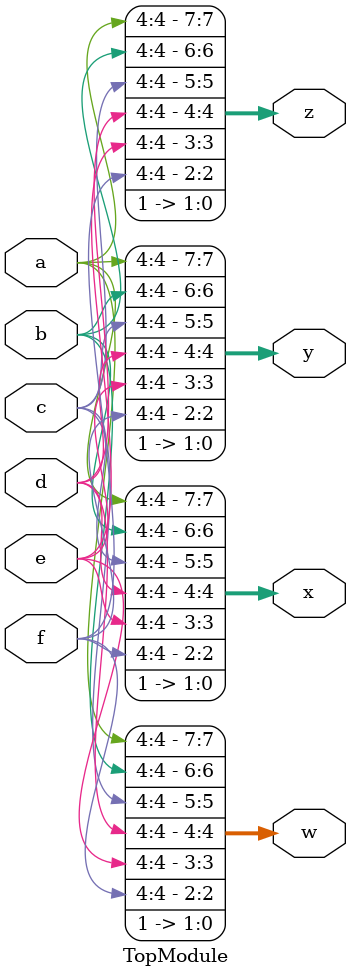
<source format=sv>


module TopModule (
    input [4:0] a,
    input [4:0] b,
    input [4:0] c,
    input [4:0] d,
    input [4:0] e,
    input [4:0] f,
    
    output reg [7:0] w,
    output reg [7:0] x,
    output reg [7:0] y,
    output reg [7:0] z
);

// Shift input vectors 24 bits to the left for vector concatenation
assign w = ({a[4], b[4], c[4], d[4], e[4], f[4], 1'b1, 1'b1});
assign x = {{a[4], b[4], c[4], d[4], e[4], f[4], 1'b1, 1'b1}};
assign y = {x};
assign z = {y};

endmodule

// VERILOG-EVAL: errant inclusion of module definition

</source>
